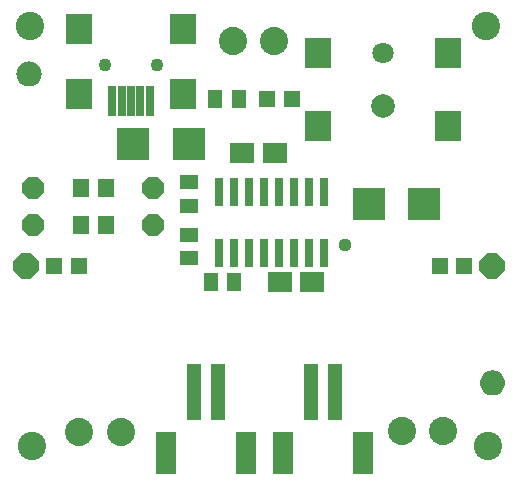
<source format=gbr>
G04 EAGLE Gerber RS-274X export*
G75*
%MOMM*%
%FSLAX34Y34*%
%LPD*%
%INSoldermask Top*%
%IPPOS*%
%AMOC8*
5,1,8,0,0,1.08239X$1,22.5*%
G01*
%ADD10C,2.403200*%
%ADD11R,1.203200X4.803200*%
%ADD12R,1.803200X3.603200*%
%ADD13R,2.743200X2.743200*%
%ADD14R,2.153200X1.703200*%
%ADD15R,2.203200X2.603200*%
%ADD16R,0.703200X2.511200*%
%ADD17C,1.103200*%
%ADD18C,2.387600*%
%ADD19C,1.803200*%
%ADD20C,2.003200*%
%ADD21R,1.403200X1.403200*%
%ADD22R,1.303200X1.603200*%
%ADD23R,0.803200X2.403200*%
%ADD24P,2.034460X8X22.500000*%
%ADD25R,1.400000X1.600000*%
%ADD26R,1.603200X1.303200*%
%ADD27P,2.309387X8X22.500000*%
%ADD28C,1.109600*%

G36*
X417082Y68260D02*
X417082Y68260D01*
X417125Y68272D01*
X417191Y68279D01*
X418874Y68730D01*
X418915Y68749D01*
X418978Y68768D01*
X420558Y69505D01*
X420595Y69531D01*
X420654Y69560D01*
X422082Y70560D01*
X422113Y70592D01*
X422166Y70631D01*
X423399Y71864D01*
X423424Y71900D01*
X423470Y71948D01*
X424470Y73376D01*
X424488Y73417D01*
X424525Y73472D01*
X425262Y75052D01*
X425273Y75095D01*
X425300Y75156D01*
X425751Y76839D01*
X425753Y76871D01*
X425760Y76892D01*
X425760Y76907D01*
X425770Y76948D01*
X425922Y78685D01*
X425918Y78729D01*
X425922Y78795D01*
X425770Y80532D01*
X425758Y80575D01*
X425751Y80641D01*
X425300Y82324D01*
X425281Y82365D01*
X425262Y82428D01*
X424525Y84008D01*
X424499Y84045D01*
X424470Y84104D01*
X423470Y85532D01*
X423438Y85563D01*
X423399Y85616D01*
X422166Y86849D01*
X422130Y86874D01*
X422082Y86920D01*
X420654Y87920D01*
X420613Y87938D01*
X420558Y87975D01*
X418978Y88712D01*
X418935Y88723D01*
X418874Y88750D01*
X417191Y89201D01*
X417146Y89204D01*
X417082Y89220D01*
X415345Y89372D01*
X415301Y89368D01*
X415235Y89372D01*
X413498Y89220D01*
X413455Y89208D01*
X413389Y89201D01*
X411706Y88750D01*
X411665Y88731D01*
X411602Y88712D01*
X410022Y87975D01*
X409985Y87949D01*
X409926Y87920D01*
X408498Y86920D01*
X408467Y86888D01*
X408414Y86849D01*
X407181Y85616D01*
X407156Y85580D01*
X407110Y85532D01*
X406110Y84104D01*
X406092Y84063D01*
X406055Y84008D01*
X405318Y82428D01*
X405307Y82385D01*
X405280Y82324D01*
X404829Y80641D01*
X404826Y80596D01*
X404810Y80532D01*
X404658Y78795D01*
X404662Y78751D01*
X404658Y78685D01*
X404810Y76948D01*
X404822Y76905D01*
X404826Y76871D01*
X404826Y76855D01*
X404828Y76850D01*
X404829Y76839D01*
X405280Y75156D01*
X405299Y75115D01*
X405318Y75052D01*
X406055Y73472D01*
X406081Y73435D01*
X406110Y73376D01*
X407110Y71948D01*
X407142Y71917D01*
X407181Y71864D01*
X408414Y70631D01*
X408450Y70606D01*
X408498Y70560D01*
X409926Y69560D01*
X409967Y69542D01*
X410022Y69505D01*
X411602Y68768D01*
X411645Y68757D01*
X411706Y68730D01*
X413389Y68279D01*
X413434Y68276D01*
X413498Y68260D01*
X415235Y68108D01*
X415279Y68112D01*
X415345Y68108D01*
X417082Y68260D01*
G37*
G36*
X24652Y329880D02*
X24652Y329880D01*
X24695Y329892D01*
X24761Y329899D01*
X26444Y330350D01*
X26485Y330369D01*
X26548Y330388D01*
X28128Y331125D01*
X28165Y331151D01*
X28224Y331180D01*
X29652Y332180D01*
X29683Y332212D01*
X29736Y332251D01*
X30969Y333484D01*
X30994Y333520D01*
X31040Y333568D01*
X32040Y334996D01*
X32058Y335037D01*
X32095Y335092D01*
X32832Y336672D01*
X32843Y336715D01*
X32870Y336776D01*
X33321Y338459D01*
X33323Y338491D01*
X33330Y338512D01*
X33330Y338527D01*
X33340Y338568D01*
X33492Y340305D01*
X33488Y340349D01*
X33492Y340415D01*
X33340Y342152D01*
X33328Y342195D01*
X33321Y342261D01*
X32870Y343944D01*
X32851Y343985D01*
X32832Y344048D01*
X32095Y345628D01*
X32069Y345665D01*
X32040Y345724D01*
X31040Y347152D01*
X31008Y347183D01*
X30969Y347236D01*
X29736Y348469D01*
X29700Y348494D01*
X29652Y348540D01*
X28224Y349540D01*
X28183Y349558D01*
X28128Y349595D01*
X26548Y350332D01*
X26505Y350343D01*
X26444Y350370D01*
X24761Y350821D01*
X24716Y350824D01*
X24652Y350840D01*
X22915Y350992D01*
X22871Y350988D01*
X22805Y350992D01*
X21068Y350840D01*
X21025Y350828D01*
X20959Y350821D01*
X19276Y350370D01*
X19235Y350351D01*
X19172Y350332D01*
X17592Y349595D01*
X17555Y349569D01*
X17496Y349540D01*
X16068Y348540D01*
X16037Y348508D01*
X15984Y348469D01*
X14751Y347236D01*
X14726Y347200D01*
X14680Y347152D01*
X13680Y345724D01*
X13662Y345683D01*
X13625Y345628D01*
X12888Y344048D01*
X12877Y344005D01*
X12850Y343944D01*
X12399Y342261D01*
X12396Y342216D01*
X12380Y342152D01*
X12228Y340415D01*
X12232Y340371D01*
X12228Y340305D01*
X12380Y338568D01*
X12392Y338525D01*
X12396Y338491D01*
X12396Y338475D01*
X12398Y338470D01*
X12399Y338459D01*
X12850Y336776D01*
X12869Y336735D01*
X12888Y336672D01*
X13625Y335092D01*
X13651Y335055D01*
X13680Y334996D01*
X14680Y333568D01*
X14712Y333537D01*
X14751Y333484D01*
X15984Y332251D01*
X16020Y332226D01*
X16068Y332180D01*
X17496Y331180D01*
X17537Y331162D01*
X17592Y331125D01*
X19172Y330388D01*
X19215Y330377D01*
X19276Y330350D01*
X20959Y329899D01*
X21004Y329896D01*
X21068Y329880D01*
X22805Y329728D01*
X22849Y329732D01*
X22915Y329728D01*
X24652Y329880D01*
G37*
D10*
X25400Y25400D03*
X411480Y25400D03*
X24130Y381000D03*
X410210Y381000D03*
D11*
X182720Y71290D03*
X162720Y71290D03*
D12*
X206720Y19290D03*
X138720Y19290D03*
D11*
X281780Y71290D03*
X261780Y71290D03*
D12*
X305780Y19290D03*
X237780Y19290D03*
D13*
X310515Y229870D03*
X357505Y229870D03*
D14*
X230920Y273050D03*
X203420Y273050D03*
D15*
X153220Y323140D03*
D16*
X125220Y317500D03*
X117220Y317500D03*
X109220Y317500D03*
X101220Y317500D03*
X93220Y317500D03*
D15*
X153220Y378140D03*
X65220Y323140D03*
X65220Y378140D03*
D17*
X131220Y348140D03*
X87220Y348140D03*
D14*
X235170Y163830D03*
X262670Y163830D03*
D18*
X373600Y38100D03*
X338600Y38100D03*
X100550Y36830D03*
X65550Y36830D03*
D13*
X158115Y280670D03*
X111125Y280670D03*
D18*
X195360Y368300D03*
X230360Y368300D03*
D15*
X377580Y358140D03*
X377580Y296140D03*
X267580Y296140D03*
X267580Y358140D03*
D19*
X322580Y358140D03*
D20*
X322580Y313140D03*
D21*
X245450Y318770D03*
X224450Y318770D03*
D22*
X180500Y318770D03*
X200500Y318770D03*
D23*
X260350Y240630D03*
X234950Y188630D03*
X273050Y240630D03*
X247650Y240630D03*
X234950Y240630D03*
X247650Y188630D03*
X222250Y188630D03*
X209550Y188630D03*
X209550Y240630D03*
X184150Y188630D03*
X222250Y240630D03*
X196850Y240630D03*
X196850Y188630D03*
X184150Y240630D03*
X260350Y188630D03*
X273050Y188630D03*
D24*
X26670Y243840D03*
X128270Y243840D03*
D25*
X67216Y243840D03*
X87724Y243840D03*
D21*
X391500Y177800D03*
X370500Y177800D03*
X44110Y177800D03*
X65110Y177800D03*
D22*
X196690Y163830D03*
X176690Y163830D03*
D26*
X158750Y184310D03*
X158750Y204310D03*
X158750Y228760D03*
X158750Y248760D03*
D24*
X26670Y212090D03*
X128270Y212090D03*
D25*
X67216Y212090D03*
X87724Y212090D03*
D27*
X20320Y177800D03*
X415290Y177800D03*
D28*
X290830Y195580D03*
M02*

</source>
